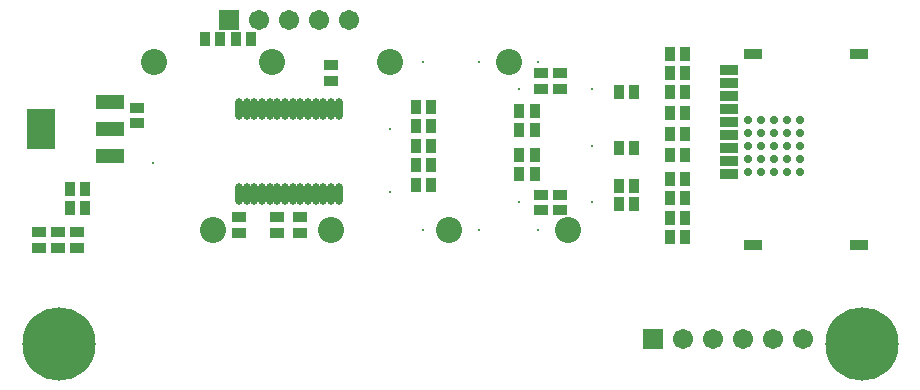
<source format=gbs>
G04*
G04 #@! TF.GenerationSoftware,Altium Limited,Altium Designer,18.1.11 (251)*
G04*
G04 Layer_Color=16711935*
%FSLAX44Y44*%
%MOMM*%
G71*
G01*
G75*
%ADD24R,0.9032X1.1532*%
%ADD29R,1.1532X0.9032*%
%ADD31C,0.2032*%
%ADD32C,2.2032*%
%ADD33R,1.7032X1.7032*%
%ADD34C,1.7032*%
%ADD35C,6.2032*%
%ADD36C,0.7032*%
%ADD54R,2.3532X3.4532*%
%ADD55R,2.3532X1.2032*%
%ADD56O,0.6032X1.8532*%
%ADD57R,1.6032X0.8232*%
D24*
X617370Y1189990D02*
D03*
X604370D02*
D03*
X617370Y1173590D02*
D03*
X604370D02*
D03*
X745340Y1316990D02*
D03*
X758340D02*
D03*
X718670D02*
D03*
X731670D02*
D03*
X897740Y1193546D02*
D03*
X910740D02*
D03*
X897740Y1210310D02*
D03*
X910740D02*
D03*
X897740Y1226820D02*
D03*
X910740D02*
D03*
X897740Y1243330D02*
D03*
X910740D02*
D03*
X897740Y1259840D02*
D03*
X910740D02*
D03*
X985220Y1202690D02*
D03*
X998220D02*
D03*
X985220Y1218946D02*
D03*
X998220D02*
D03*
X985220Y1240028D02*
D03*
X998220D02*
D03*
X985220Y1256284D02*
D03*
X998220D02*
D03*
X1082190Y1272540D02*
D03*
X1069190D02*
D03*
X1069340Y1224690D02*
D03*
X1082340D02*
D03*
X1082190Y1192530D02*
D03*
X1069190D02*
D03*
X1082190Y1177290D02*
D03*
X1069190D02*
D03*
X1125370Y1304490D02*
D03*
X1112370D02*
D03*
Y1287980D02*
D03*
X1125370D02*
D03*
X1112370Y1271955D02*
D03*
X1125370D02*
D03*
X1112370Y1254370D02*
D03*
X1125370D02*
D03*
Y1236785D02*
D03*
X1112370D02*
D03*
X1112370Y1219200D02*
D03*
X1125370D02*
D03*
X1112370Y1198880D02*
D03*
X1125370D02*
D03*
X1112370Y1182370D02*
D03*
X1125370D02*
D03*
X1112370Y1165860D02*
D03*
X1125370D02*
D03*
X1112370Y1149350D02*
D03*
X1125370D02*
D03*
D29*
X799690Y1166010D02*
D03*
Y1153010D02*
D03*
X780190Y1166010D02*
D03*
Y1153010D02*
D03*
X747690Y1166010D02*
D03*
Y1153010D02*
D03*
X578264Y1140510D02*
D03*
Y1153510D02*
D03*
X594311Y1140510D02*
D03*
Y1153510D02*
D03*
X610357Y1140510D02*
D03*
Y1153510D02*
D03*
X661670Y1245720D02*
D03*
Y1258720D02*
D03*
X825500Y1281610D02*
D03*
Y1294610D02*
D03*
X1003300Y1185190D02*
D03*
Y1172190D02*
D03*
X1019810Y1185190D02*
D03*
Y1172190D02*
D03*
X1003300Y1274930D02*
D03*
Y1287930D02*
D03*
X1019810Y1274930D02*
D03*
Y1287930D02*
D03*
D31*
X984970Y1178690D02*
D03*
Y1274690D02*
D03*
X1000970Y1297940D02*
D03*
X950970D02*
D03*
X903970D02*
D03*
X1046970Y1274690D02*
D03*
Y1226690D02*
D03*
Y1178690D02*
D03*
X1000970Y1155440D02*
D03*
X950970D02*
D03*
X903970D02*
D03*
X875970Y1241140D02*
D03*
Y1187140D02*
D03*
X674970Y1212140D02*
D03*
D32*
X675970Y1297940D02*
D03*
X775970D02*
D03*
X875970D02*
D03*
X975970D02*
D03*
X925970Y1155440D02*
D03*
X1025970D02*
D03*
X825970D02*
D03*
X725970D02*
D03*
D33*
X739140Y1333500D02*
D03*
X1098550Y1063180D02*
D03*
D34*
X764540Y1333500D02*
D03*
X789940D02*
D03*
X815340D02*
D03*
X840740D02*
D03*
X1225550Y1063180D02*
D03*
X1200150D02*
D03*
X1174750D02*
D03*
X1149350D02*
D03*
X1123950D02*
D03*
D35*
X594990Y1058740D02*
D03*
X1274990D02*
D03*
D36*
X1178430Y1204690D02*
D03*
Y1215690D02*
D03*
Y1226690D02*
D03*
Y1237690D02*
D03*
Y1248690D02*
D03*
X1189430Y1204690D02*
D03*
Y1215690D02*
D03*
Y1226690D02*
D03*
Y1237690D02*
D03*
Y1248690D02*
D03*
X1200430Y1204690D02*
D03*
Y1215690D02*
D03*
Y1226690D02*
D03*
Y1237690D02*
D03*
Y1248690D02*
D03*
X1211430Y1204690D02*
D03*
Y1215690D02*
D03*
Y1226690D02*
D03*
Y1237690D02*
D03*
Y1248690D02*
D03*
X1222430Y1204690D02*
D03*
Y1215690D02*
D03*
Y1226690D02*
D03*
Y1237690D02*
D03*
Y1248690D02*
D03*
D54*
X580360Y1240790D02*
D03*
D55*
X638860Y1217790D02*
D03*
Y1240790D02*
D03*
Y1263790D02*
D03*
D56*
X832190Y1185490D02*
D03*
X825690D02*
D03*
X819190D02*
D03*
X812690D02*
D03*
X806190D02*
D03*
X799690D02*
D03*
X793190D02*
D03*
X786690D02*
D03*
X780190D02*
D03*
X773690D02*
D03*
X767190D02*
D03*
X760690D02*
D03*
X754190D02*
D03*
X747690D02*
D03*
X832190Y1257990D02*
D03*
X825690D02*
D03*
X819190D02*
D03*
X812690D02*
D03*
X806190D02*
D03*
X799690D02*
D03*
X793190D02*
D03*
X786690D02*
D03*
X780190D02*
D03*
X773690D02*
D03*
X767190D02*
D03*
X760690D02*
D03*
X754190D02*
D03*
X747690D02*
D03*
D57*
X1272930Y1142990D02*
D03*
X1182930D02*
D03*
X1272930Y1304490D02*
D03*
X1182930D02*
D03*
X1162930Y1235690D02*
D03*
Y1290690D02*
D03*
Y1268690D02*
D03*
Y1257690D02*
D03*
Y1246690D02*
D03*
Y1224690D02*
D03*
Y1213690D02*
D03*
Y1279690D02*
D03*
Y1202690D02*
D03*
M02*

</source>
